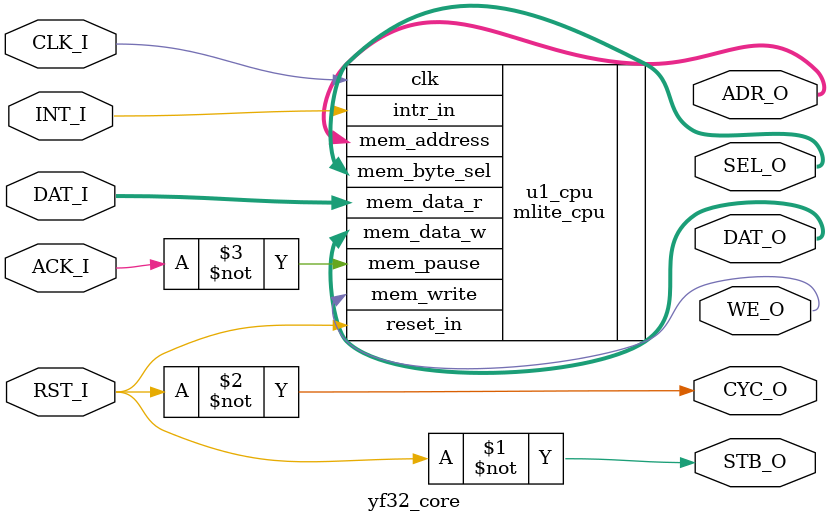
<source format=v>

`include "yf32_define.v"

module yf32_core (CLK_I, RST_I, ADR_O, DAT_I, DAT_O, WE_O, SEL_O,
                  STB_O, ACK_I, CYC_O, INT_I);

    input           CLK_I;
    input           RST_I;
    input  [31:0]   DAT_I;
    input           ACK_I;
    input           INT_I;
    output [31:0]   ADR_O;
    output [31:0]   DAT_O;
    output          WE_O;
    output [ 3:0]   SEL_O;
    output          STB_O;
    output          CYC_O;

    wire STB_O = ~RST_I;
    wire CYC_O = ~RST_I;

    mlite_cpu u1_cpu(
        .clk          (CLK_I    ),
        .reset_in     (RST_I    ),
        .intr_in      (INT_I    ),
        .mem_address  (ADR_O    ),
        .mem_data_w   (DAT_O    ),
        .mem_data_r   (DAT_I    ),
        .mem_byte_sel (SEL_O    ),
        .mem_write    (WE_O     ),
        .mem_pause    (~ACK_I   )
    );

endmodule

</source>
